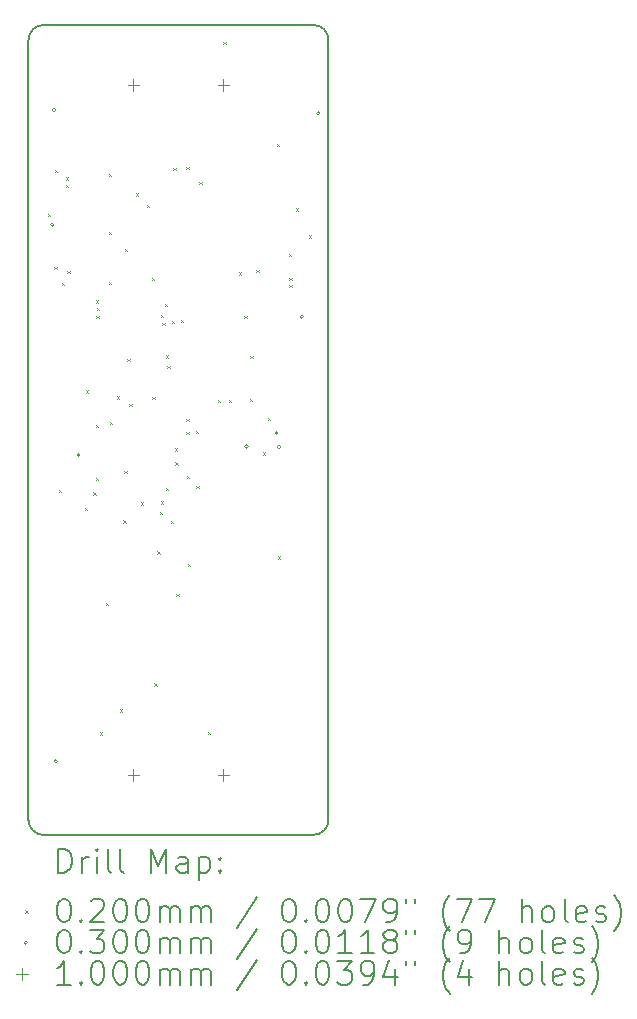
<source format=gbr>
%TF.GenerationSoftware,KiCad,Pcbnew,9.0.6*%
%TF.CreationDate,2025-12-15T20:36:38+09:00*%
%TF.ProjectId,bionic-hd64180s,62696f6e-6963-42d6-9864-363431383073,1*%
%TF.SameCoordinates,Original*%
%TF.FileFunction,Drillmap*%
%TF.FilePolarity,Positive*%
%FSLAX45Y45*%
G04 Gerber Fmt 4.5, Leading zero omitted, Abs format (unit mm)*
G04 Created by KiCad (PCBNEW 9.0.6) date 2025-12-15 20:36:38*
%MOMM*%
%LPD*%
G01*
G04 APERTURE LIST*
%ADD10C,0.150000*%
%ADD11C,0.200000*%
%ADD12C,0.100000*%
G04 APERTURE END LIST*
D10*
X10227000Y-13858000D02*
G75*
G02*
X10100000Y-13731000I0J127000D01*
G01*
X12513000Y-7000000D02*
X10227000Y-7000000D01*
X10100000Y-13731000D02*
X10100000Y-7127000D01*
X10100000Y-7127000D02*
G75*
G02*
X10227000Y-7000000I127000J0D01*
G01*
X10227000Y-13858000D02*
X12513000Y-13858000D01*
X12513000Y-7000000D02*
G75*
G02*
X12640000Y-7127000I0J-127000D01*
G01*
X12640000Y-13731000D02*
G75*
G02*
X12513000Y-13858000I-127000J0D01*
G01*
X12640000Y-13731000D02*
X12640000Y-7127000D01*
D11*
D12*
X10265260Y-8600360D02*
X10285260Y-8620360D01*
X10285260Y-8600360D02*
X10265260Y-8620360D01*
X10317880Y-9050239D02*
X10337880Y-9070239D01*
X10337880Y-9050239D02*
X10317880Y-9070239D01*
X10321140Y-8226980D02*
X10341140Y-8246980D01*
X10341140Y-8226980D02*
X10321140Y-8246980D01*
X10359240Y-10934620D02*
X10379240Y-10954620D01*
X10379240Y-10934620D02*
X10359240Y-10954620D01*
X10382100Y-9182020D02*
X10402100Y-9202020D01*
X10402100Y-9182020D02*
X10382100Y-9202020D01*
X10415120Y-8291400D02*
X10435120Y-8311400D01*
X10435120Y-8291400D02*
X10415120Y-8311400D01*
X10415120Y-8353980D02*
X10435120Y-8373980D01*
X10435120Y-8353980D02*
X10415120Y-8373980D01*
X10427820Y-9080420D02*
X10447820Y-9100420D01*
X10447820Y-9080420D02*
X10427820Y-9100420D01*
X10577680Y-11087020D02*
X10597680Y-11107020D01*
X10597680Y-11087020D02*
X10577680Y-11107020D01*
X10587840Y-10093880D02*
X10607840Y-10113880D01*
X10607840Y-10093880D02*
X10587840Y-10113880D01*
X10648800Y-10957480D02*
X10668800Y-10977480D01*
X10668800Y-10957480D02*
X10648800Y-10977480D01*
X10670600Y-10384290D02*
X10690600Y-10404290D01*
X10690600Y-10384290D02*
X10670600Y-10404290D01*
X10671660Y-9331880D02*
X10691660Y-9351880D01*
X10691660Y-9331880D02*
X10671660Y-9351880D01*
X10671660Y-10835560D02*
X10691660Y-10855560D01*
X10691660Y-10835560D02*
X10671660Y-10855560D01*
X10674200Y-9461420D02*
X10694200Y-9481420D01*
X10694200Y-9461420D02*
X10674200Y-9481420D01*
X10676740Y-9395380D02*
X10696740Y-9415380D01*
X10696740Y-9395380D02*
X10676740Y-9415380D01*
X10704680Y-12989480D02*
X10724680Y-13009480D01*
X10724680Y-12989480D02*
X10704680Y-13009480D01*
X10755480Y-11894740D02*
X10775480Y-11914740D01*
X10775480Y-11894740D02*
X10755480Y-11914740D01*
X10778340Y-8262540D02*
X10798340Y-8282540D01*
X10798340Y-8262540D02*
X10778340Y-8282540D01*
X10778340Y-8750220D02*
X10798340Y-8770220D01*
X10798340Y-8750220D02*
X10778340Y-8770220D01*
X10778340Y-9174400D02*
X10798340Y-9194400D01*
X10798340Y-9174400D02*
X10778340Y-9194400D01*
X10786870Y-10359520D02*
X10806870Y-10379520D01*
X10806870Y-10359520D02*
X10786870Y-10379520D01*
X10849460Y-10144680D02*
X10869460Y-10164680D01*
X10869460Y-10144680D02*
X10849460Y-10164680D01*
X10872320Y-12793900D02*
X10892320Y-12813900D01*
X10892320Y-12793900D02*
X10872320Y-12813900D01*
X10902800Y-11193700D02*
X10922800Y-11213700D01*
X10922800Y-11193700D02*
X10902800Y-11213700D01*
X10912960Y-10774600D02*
X10932960Y-10794600D01*
X10932960Y-10774600D02*
X10912960Y-10794600D01*
X10918040Y-8897540D02*
X10938040Y-8917540D01*
X10938040Y-8897540D02*
X10918040Y-8917540D01*
X10938360Y-9827180D02*
X10958360Y-9847180D01*
X10958360Y-9827180D02*
X10938360Y-9847180D01*
X10954800Y-10206840D02*
X10974800Y-10226840D01*
X10974800Y-10206840D02*
X10954800Y-10226840D01*
X11009480Y-8425100D02*
X11029480Y-8445100D01*
X11029480Y-8425100D02*
X11009480Y-8445100D01*
X11052390Y-11042140D02*
X11072390Y-11062140D01*
X11072390Y-11042140D02*
X11052390Y-11062140D01*
X11100040Y-8520740D02*
X11120040Y-8540740D01*
X11120040Y-8520740D02*
X11100040Y-8540740D01*
X11145500Y-9140390D02*
X11165500Y-9160390D01*
X11165500Y-9140390D02*
X11145500Y-9160390D01*
X11149180Y-10149760D02*
X11169180Y-10169760D01*
X11169180Y-10149760D02*
X11149180Y-10169760D01*
X11164420Y-12575460D02*
X11184420Y-12595460D01*
X11184420Y-12575460D02*
X11164420Y-12595460D01*
X11192360Y-11457860D02*
X11212360Y-11477860D01*
X11212360Y-11457860D02*
X11192360Y-11477860D01*
X11214595Y-11121955D02*
X11234595Y-11141955D01*
X11234595Y-11121955D02*
X11214595Y-11141955D01*
X11218992Y-11032763D02*
X11238992Y-11052763D01*
X11238992Y-11032763D02*
X11218992Y-11052763D01*
X11222840Y-9453080D02*
X11242840Y-9473080D01*
X11242840Y-9453080D02*
X11222840Y-9473080D01*
X11233000Y-9519840D02*
X11253000Y-9539840D01*
X11253000Y-9519840D02*
X11233000Y-9539840D01*
X11255860Y-9362360D02*
X11275860Y-9382360D01*
X11275860Y-9362360D02*
X11255860Y-9382360D01*
X11262960Y-10916910D02*
X11282960Y-10936910D01*
X11282960Y-10916910D02*
X11262960Y-10936910D01*
X11263480Y-9796700D02*
X11283480Y-9816700D01*
X11283480Y-9796700D02*
X11263480Y-9816700D01*
X11276800Y-9887520D02*
X11296800Y-9907520D01*
X11296800Y-9887520D02*
X11276800Y-9907520D01*
X11307960Y-11198780D02*
X11327960Y-11218780D01*
X11327960Y-11198780D02*
X11307960Y-11218780D01*
X11313580Y-9505710D02*
X11333580Y-9525710D01*
X11333580Y-9505710D02*
X11313580Y-9525710D01*
X11326980Y-8209200D02*
X11346980Y-8229200D01*
X11346980Y-8209200D02*
X11326980Y-8229200D01*
X11337140Y-10584100D02*
X11357140Y-10604100D01*
X11357140Y-10584100D02*
X11337140Y-10604100D01*
X11342290Y-10703410D02*
X11362290Y-10723410D01*
X11362290Y-10703410D02*
X11342290Y-10723410D01*
X11352380Y-11816000D02*
X11372380Y-11836000D01*
X11372380Y-11816000D02*
X11352380Y-11836000D01*
X11392500Y-9496260D02*
X11412500Y-9516260D01*
X11412500Y-9496260D02*
X11392500Y-9516260D01*
X11437500Y-8204120D02*
X11457500Y-8224120D01*
X11457500Y-8204120D02*
X11437500Y-8224120D01*
X11437500Y-10337000D02*
X11457500Y-10357000D01*
X11457500Y-10337000D02*
X11437500Y-10357000D01*
X11437500Y-10444400D02*
X11457500Y-10464400D01*
X11457500Y-10444400D02*
X11437500Y-10464400D01*
X11441280Y-10815500D02*
X11461280Y-10835500D01*
X11461280Y-10815500D02*
X11441280Y-10835500D01*
X11451440Y-11564540D02*
X11471440Y-11584540D01*
X11471440Y-11564540D02*
X11451440Y-11584540D01*
X11518750Y-10435510D02*
X11538750Y-10455510D01*
X11538750Y-10435510D02*
X11518750Y-10455510D01*
X11520020Y-10900500D02*
X11540020Y-10920500D01*
X11540020Y-10900500D02*
X11520020Y-10920500D01*
X11547960Y-8329300D02*
X11567960Y-8349300D01*
X11567960Y-8329300D02*
X11547960Y-8349300D01*
X11616500Y-12986900D02*
X11636500Y-13006900D01*
X11636500Y-12986900D02*
X11616500Y-13006900D01*
X11700940Y-10176980D02*
X11720940Y-10196980D01*
X11720940Y-10176980D02*
X11700940Y-10196980D01*
X11751160Y-7142400D02*
X11771160Y-7162400D01*
X11771160Y-7142400D02*
X11751160Y-7162400D01*
X11796880Y-10176980D02*
X11816880Y-10196980D01*
X11816880Y-10176980D02*
X11796880Y-10196980D01*
X11881970Y-9094390D02*
X11901970Y-9114390D01*
X11901970Y-9094390D02*
X11881970Y-9114390D01*
X11926420Y-9461420D02*
X11946420Y-9481420D01*
X11946420Y-9461420D02*
X11926420Y-9481420D01*
X11972140Y-10167540D02*
X11992140Y-10187540D01*
X11992140Y-10167540D02*
X11972140Y-10187540D01*
X11977500Y-9801780D02*
X11997500Y-9821780D01*
X11997500Y-9801780D02*
X11977500Y-9821780D01*
X12030560Y-9072800D02*
X12050560Y-9092800D01*
X12050560Y-9072800D02*
X12030560Y-9092800D01*
X12083180Y-10619660D02*
X12103180Y-10639660D01*
X12103180Y-10619660D02*
X12083180Y-10639660D01*
X12128900Y-10325020D02*
X12148900Y-10345020D01*
X12148900Y-10325020D02*
X12128900Y-10345020D01*
X12203280Y-8008540D02*
X12223280Y-8028540D01*
X12223280Y-8008540D02*
X12203280Y-8028540D01*
X12210900Y-11498500D02*
X12230900Y-11518500D01*
X12230900Y-11498500D02*
X12210900Y-11518500D01*
X12304880Y-8940720D02*
X12324880Y-8960720D01*
X12324880Y-8940720D02*
X12304880Y-8960720D01*
X12308760Y-9140180D02*
X12328760Y-9160180D01*
X12328760Y-9140180D02*
X12308760Y-9160180D01*
X12309967Y-9200168D02*
X12329967Y-9220168D01*
X12329967Y-9200168D02*
X12309967Y-9220168D01*
X12365840Y-8552100D02*
X12385840Y-8572100D01*
X12385840Y-8552100D02*
X12365840Y-8572100D01*
X12476050Y-8780700D02*
X12496050Y-8800700D01*
X12496050Y-8780700D02*
X12476050Y-8800700D01*
X10317280Y-8691640D02*
G75*
G02*
X10287280Y-8691640I-15000J0D01*
G01*
X10287280Y-8691640D02*
G75*
G02*
X10317280Y-8691640I15000J0D01*
G01*
X10330900Y-7721360D02*
G75*
G02*
X10300900Y-7721360I-15000J0D01*
G01*
X10300900Y-7721360D02*
G75*
G02*
X10330900Y-7721360I15000J0D01*
G01*
X10346140Y-13233160D02*
G75*
G02*
X10316140Y-13233160I-15000J0D01*
G01*
X10316140Y-13233160D02*
G75*
G02*
X10346140Y-13233160I15000J0D01*
G01*
X10539180Y-10642360D02*
G75*
G02*
X10509180Y-10642360I-15000J0D01*
G01*
X10509180Y-10642360D02*
G75*
G02*
X10539180Y-10642360I15000J0D01*
G01*
X11961580Y-10568700D02*
G75*
G02*
X11931580Y-10568700I-15000J0D01*
G01*
X11931580Y-10568700D02*
G75*
G02*
X11961580Y-10568700I15000J0D01*
G01*
X12214660Y-10455500D02*
G75*
G02*
X12184660Y-10455500I-15000J0D01*
G01*
X12184660Y-10455500D02*
G75*
G02*
X12214660Y-10455500I15000J0D01*
G01*
X12238440Y-10573780D02*
G75*
G02*
X12208440Y-10573780I-15000J0D01*
G01*
X12208440Y-10573780D02*
G75*
G02*
X12238440Y-10573780I15000J0D01*
G01*
X12428940Y-9471420D02*
G75*
G02*
X12398940Y-9471420I-15000J0D01*
G01*
X12398940Y-9471420D02*
G75*
G02*
X12428940Y-9471420I15000J0D01*
G01*
X12568640Y-7746760D02*
G75*
G02*
X12538640Y-7746760I-15000J0D01*
G01*
X12538640Y-7746760D02*
G75*
G02*
X12568640Y-7746760I15000J0D01*
G01*
X10989000Y-7458000D02*
X10989000Y-7558000D01*
X10939000Y-7508000D02*
X11039000Y-7508000D01*
X10989000Y-13300000D02*
X10989000Y-13400000D01*
X10939000Y-13350000D02*
X11039000Y-13350000D01*
X11751000Y-7458000D02*
X11751000Y-7558000D01*
X11701000Y-7508000D02*
X11801000Y-7508000D01*
X11751000Y-13300000D02*
X11751000Y-13400000D01*
X11701000Y-13350000D02*
X11801000Y-13350000D01*
D11*
X10353277Y-14176984D02*
X10353277Y-13976984D01*
X10353277Y-13976984D02*
X10400896Y-13976984D01*
X10400896Y-13976984D02*
X10429467Y-13986508D01*
X10429467Y-13986508D02*
X10448515Y-14005555D01*
X10448515Y-14005555D02*
X10458039Y-14024603D01*
X10458039Y-14024603D02*
X10467563Y-14062698D01*
X10467563Y-14062698D02*
X10467563Y-14091269D01*
X10467563Y-14091269D02*
X10458039Y-14129365D01*
X10458039Y-14129365D02*
X10448515Y-14148412D01*
X10448515Y-14148412D02*
X10429467Y-14167460D01*
X10429467Y-14167460D02*
X10400896Y-14176984D01*
X10400896Y-14176984D02*
X10353277Y-14176984D01*
X10553277Y-14176984D02*
X10553277Y-14043650D01*
X10553277Y-14081746D02*
X10562801Y-14062698D01*
X10562801Y-14062698D02*
X10572324Y-14053174D01*
X10572324Y-14053174D02*
X10591372Y-14043650D01*
X10591372Y-14043650D02*
X10610420Y-14043650D01*
X10677086Y-14176984D02*
X10677086Y-14043650D01*
X10677086Y-13976984D02*
X10667563Y-13986508D01*
X10667563Y-13986508D02*
X10677086Y-13996031D01*
X10677086Y-13996031D02*
X10686610Y-13986508D01*
X10686610Y-13986508D02*
X10677086Y-13976984D01*
X10677086Y-13976984D02*
X10677086Y-13996031D01*
X10800896Y-14176984D02*
X10781848Y-14167460D01*
X10781848Y-14167460D02*
X10772324Y-14148412D01*
X10772324Y-14148412D02*
X10772324Y-13976984D01*
X10905658Y-14176984D02*
X10886610Y-14167460D01*
X10886610Y-14167460D02*
X10877086Y-14148412D01*
X10877086Y-14148412D02*
X10877086Y-13976984D01*
X11134229Y-14176984D02*
X11134229Y-13976984D01*
X11134229Y-13976984D02*
X11200896Y-14119841D01*
X11200896Y-14119841D02*
X11267562Y-13976984D01*
X11267562Y-13976984D02*
X11267562Y-14176984D01*
X11448515Y-14176984D02*
X11448515Y-14072222D01*
X11448515Y-14072222D02*
X11438991Y-14053174D01*
X11438991Y-14053174D02*
X11419943Y-14043650D01*
X11419943Y-14043650D02*
X11381848Y-14043650D01*
X11381848Y-14043650D02*
X11362801Y-14053174D01*
X11448515Y-14167460D02*
X11429467Y-14176984D01*
X11429467Y-14176984D02*
X11381848Y-14176984D01*
X11381848Y-14176984D02*
X11362801Y-14167460D01*
X11362801Y-14167460D02*
X11353277Y-14148412D01*
X11353277Y-14148412D02*
X11353277Y-14129365D01*
X11353277Y-14129365D02*
X11362801Y-14110317D01*
X11362801Y-14110317D02*
X11381848Y-14100793D01*
X11381848Y-14100793D02*
X11429467Y-14100793D01*
X11429467Y-14100793D02*
X11448515Y-14091269D01*
X11543753Y-14043650D02*
X11543753Y-14243650D01*
X11543753Y-14053174D02*
X11562801Y-14043650D01*
X11562801Y-14043650D02*
X11600896Y-14043650D01*
X11600896Y-14043650D02*
X11619943Y-14053174D01*
X11619943Y-14053174D02*
X11629467Y-14062698D01*
X11629467Y-14062698D02*
X11638991Y-14081746D01*
X11638991Y-14081746D02*
X11638991Y-14138888D01*
X11638991Y-14138888D02*
X11629467Y-14157936D01*
X11629467Y-14157936D02*
X11619943Y-14167460D01*
X11619943Y-14167460D02*
X11600896Y-14176984D01*
X11600896Y-14176984D02*
X11562801Y-14176984D01*
X11562801Y-14176984D02*
X11543753Y-14167460D01*
X11724705Y-14157936D02*
X11734229Y-14167460D01*
X11734229Y-14167460D02*
X11724705Y-14176984D01*
X11724705Y-14176984D02*
X11715182Y-14167460D01*
X11715182Y-14167460D02*
X11724705Y-14157936D01*
X11724705Y-14157936D02*
X11724705Y-14176984D01*
X11724705Y-14053174D02*
X11734229Y-14062698D01*
X11734229Y-14062698D02*
X11724705Y-14072222D01*
X11724705Y-14072222D02*
X11715182Y-14062698D01*
X11715182Y-14062698D02*
X11724705Y-14053174D01*
X11724705Y-14053174D02*
X11724705Y-14072222D01*
D12*
X10072500Y-14495500D02*
X10092500Y-14515500D01*
X10092500Y-14495500D02*
X10072500Y-14515500D01*
D11*
X10391372Y-14396984D02*
X10410420Y-14396984D01*
X10410420Y-14396984D02*
X10429467Y-14406508D01*
X10429467Y-14406508D02*
X10438991Y-14416031D01*
X10438991Y-14416031D02*
X10448515Y-14435079D01*
X10448515Y-14435079D02*
X10458039Y-14473174D01*
X10458039Y-14473174D02*
X10458039Y-14520793D01*
X10458039Y-14520793D02*
X10448515Y-14558888D01*
X10448515Y-14558888D02*
X10438991Y-14577936D01*
X10438991Y-14577936D02*
X10429467Y-14587460D01*
X10429467Y-14587460D02*
X10410420Y-14596984D01*
X10410420Y-14596984D02*
X10391372Y-14596984D01*
X10391372Y-14596984D02*
X10372324Y-14587460D01*
X10372324Y-14587460D02*
X10362801Y-14577936D01*
X10362801Y-14577936D02*
X10353277Y-14558888D01*
X10353277Y-14558888D02*
X10343753Y-14520793D01*
X10343753Y-14520793D02*
X10343753Y-14473174D01*
X10343753Y-14473174D02*
X10353277Y-14435079D01*
X10353277Y-14435079D02*
X10362801Y-14416031D01*
X10362801Y-14416031D02*
X10372324Y-14406508D01*
X10372324Y-14406508D02*
X10391372Y-14396984D01*
X10543753Y-14577936D02*
X10553277Y-14587460D01*
X10553277Y-14587460D02*
X10543753Y-14596984D01*
X10543753Y-14596984D02*
X10534229Y-14587460D01*
X10534229Y-14587460D02*
X10543753Y-14577936D01*
X10543753Y-14577936D02*
X10543753Y-14596984D01*
X10629467Y-14416031D02*
X10638991Y-14406508D01*
X10638991Y-14406508D02*
X10658039Y-14396984D01*
X10658039Y-14396984D02*
X10705658Y-14396984D01*
X10705658Y-14396984D02*
X10724705Y-14406508D01*
X10724705Y-14406508D02*
X10734229Y-14416031D01*
X10734229Y-14416031D02*
X10743753Y-14435079D01*
X10743753Y-14435079D02*
X10743753Y-14454127D01*
X10743753Y-14454127D02*
X10734229Y-14482698D01*
X10734229Y-14482698D02*
X10619944Y-14596984D01*
X10619944Y-14596984D02*
X10743753Y-14596984D01*
X10867563Y-14396984D02*
X10886610Y-14396984D01*
X10886610Y-14396984D02*
X10905658Y-14406508D01*
X10905658Y-14406508D02*
X10915182Y-14416031D01*
X10915182Y-14416031D02*
X10924705Y-14435079D01*
X10924705Y-14435079D02*
X10934229Y-14473174D01*
X10934229Y-14473174D02*
X10934229Y-14520793D01*
X10934229Y-14520793D02*
X10924705Y-14558888D01*
X10924705Y-14558888D02*
X10915182Y-14577936D01*
X10915182Y-14577936D02*
X10905658Y-14587460D01*
X10905658Y-14587460D02*
X10886610Y-14596984D01*
X10886610Y-14596984D02*
X10867563Y-14596984D01*
X10867563Y-14596984D02*
X10848515Y-14587460D01*
X10848515Y-14587460D02*
X10838991Y-14577936D01*
X10838991Y-14577936D02*
X10829467Y-14558888D01*
X10829467Y-14558888D02*
X10819944Y-14520793D01*
X10819944Y-14520793D02*
X10819944Y-14473174D01*
X10819944Y-14473174D02*
X10829467Y-14435079D01*
X10829467Y-14435079D02*
X10838991Y-14416031D01*
X10838991Y-14416031D02*
X10848515Y-14406508D01*
X10848515Y-14406508D02*
X10867563Y-14396984D01*
X11058039Y-14396984D02*
X11077086Y-14396984D01*
X11077086Y-14396984D02*
X11096134Y-14406508D01*
X11096134Y-14406508D02*
X11105658Y-14416031D01*
X11105658Y-14416031D02*
X11115182Y-14435079D01*
X11115182Y-14435079D02*
X11124705Y-14473174D01*
X11124705Y-14473174D02*
X11124705Y-14520793D01*
X11124705Y-14520793D02*
X11115182Y-14558888D01*
X11115182Y-14558888D02*
X11105658Y-14577936D01*
X11105658Y-14577936D02*
X11096134Y-14587460D01*
X11096134Y-14587460D02*
X11077086Y-14596984D01*
X11077086Y-14596984D02*
X11058039Y-14596984D01*
X11058039Y-14596984D02*
X11038991Y-14587460D01*
X11038991Y-14587460D02*
X11029467Y-14577936D01*
X11029467Y-14577936D02*
X11019944Y-14558888D01*
X11019944Y-14558888D02*
X11010420Y-14520793D01*
X11010420Y-14520793D02*
X11010420Y-14473174D01*
X11010420Y-14473174D02*
X11019944Y-14435079D01*
X11019944Y-14435079D02*
X11029467Y-14416031D01*
X11029467Y-14416031D02*
X11038991Y-14406508D01*
X11038991Y-14406508D02*
X11058039Y-14396984D01*
X11210420Y-14596984D02*
X11210420Y-14463650D01*
X11210420Y-14482698D02*
X11219943Y-14473174D01*
X11219943Y-14473174D02*
X11238991Y-14463650D01*
X11238991Y-14463650D02*
X11267563Y-14463650D01*
X11267563Y-14463650D02*
X11286610Y-14473174D01*
X11286610Y-14473174D02*
X11296134Y-14492222D01*
X11296134Y-14492222D02*
X11296134Y-14596984D01*
X11296134Y-14492222D02*
X11305658Y-14473174D01*
X11305658Y-14473174D02*
X11324705Y-14463650D01*
X11324705Y-14463650D02*
X11353277Y-14463650D01*
X11353277Y-14463650D02*
X11372324Y-14473174D01*
X11372324Y-14473174D02*
X11381848Y-14492222D01*
X11381848Y-14492222D02*
X11381848Y-14596984D01*
X11477086Y-14596984D02*
X11477086Y-14463650D01*
X11477086Y-14482698D02*
X11486610Y-14473174D01*
X11486610Y-14473174D02*
X11505658Y-14463650D01*
X11505658Y-14463650D02*
X11534229Y-14463650D01*
X11534229Y-14463650D02*
X11553277Y-14473174D01*
X11553277Y-14473174D02*
X11562801Y-14492222D01*
X11562801Y-14492222D02*
X11562801Y-14596984D01*
X11562801Y-14492222D02*
X11572324Y-14473174D01*
X11572324Y-14473174D02*
X11591372Y-14463650D01*
X11591372Y-14463650D02*
X11619943Y-14463650D01*
X11619943Y-14463650D02*
X11638991Y-14473174D01*
X11638991Y-14473174D02*
X11648515Y-14492222D01*
X11648515Y-14492222D02*
X11648515Y-14596984D01*
X12038991Y-14387460D02*
X11867563Y-14644603D01*
X12296134Y-14396984D02*
X12315182Y-14396984D01*
X12315182Y-14396984D02*
X12334229Y-14406508D01*
X12334229Y-14406508D02*
X12343753Y-14416031D01*
X12343753Y-14416031D02*
X12353277Y-14435079D01*
X12353277Y-14435079D02*
X12362801Y-14473174D01*
X12362801Y-14473174D02*
X12362801Y-14520793D01*
X12362801Y-14520793D02*
X12353277Y-14558888D01*
X12353277Y-14558888D02*
X12343753Y-14577936D01*
X12343753Y-14577936D02*
X12334229Y-14587460D01*
X12334229Y-14587460D02*
X12315182Y-14596984D01*
X12315182Y-14596984D02*
X12296134Y-14596984D01*
X12296134Y-14596984D02*
X12277086Y-14587460D01*
X12277086Y-14587460D02*
X12267563Y-14577936D01*
X12267563Y-14577936D02*
X12258039Y-14558888D01*
X12258039Y-14558888D02*
X12248515Y-14520793D01*
X12248515Y-14520793D02*
X12248515Y-14473174D01*
X12248515Y-14473174D02*
X12258039Y-14435079D01*
X12258039Y-14435079D02*
X12267563Y-14416031D01*
X12267563Y-14416031D02*
X12277086Y-14406508D01*
X12277086Y-14406508D02*
X12296134Y-14396984D01*
X12448515Y-14577936D02*
X12458039Y-14587460D01*
X12458039Y-14587460D02*
X12448515Y-14596984D01*
X12448515Y-14596984D02*
X12438991Y-14587460D01*
X12438991Y-14587460D02*
X12448515Y-14577936D01*
X12448515Y-14577936D02*
X12448515Y-14596984D01*
X12581848Y-14396984D02*
X12600896Y-14396984D01*
X12600896Y-14396984D02*
X12619944Y-14406508D01*
X12619944Y-14406508D02*
X12629467Y-14416031D01*
X12629467Y-14416031D02*
X12638991Y-14435079D01*
X12638991Y-14435079D02*
X12648515Y-14473174D01*
X12648515Y-14473174D02*
X12648515Y-14520793D01*
X12648515Y-14520793D02*
X12638991Y-14558888D01*
X12638991Y-14558888D02*
X12629467Y-14577936D01*
X12629467Y-14577936D02*
X12619944Y-14587460D01*
X12619944Y-14587460D02*
X12600896Y-14596984D01*
X12600896Y-14596984D02*
X12581848Y-14596984D01*
X12581848Y-14596984D02*
X12562801Y-14587460D01*
X12562801Y-14587460D02*
X12553277Y-14577936D01*
X12553277Y-14577936D02*
X12543753Y-14558888D01*
X12543753Y-14558888D02*
X12534229Y-14520793D01*
X12534229Y-14520793D02*
X12534229Y-14473174D01*
X12534229Y-14473174D02*
X12543753Y-14435079D01*
X12543753Y-14435079D02*
X12553277Y-14416031D01*
X12553277Y-14416031D02*
X12562801Y-14406508D01*
X12562801Y-14406508D02*
X12581848Y-14396984D01*
X12772325Y-14396984D02*
X12791372Y-14396984D01*
X12791372Y-14396984D02*
X12810420Y-14406508D01*
X12810420Y-14406508D02*
X12819944Y-14416031D01*
X12819944Y-14416031D02*
X12829467Y-14435079D01*
X12829467Y-14435079D02*
X12838991Y-14473174D01*
X12838991Y-14473174D02*
X12838991Y-14520793D01*
X12838991Y-14520793D02*
X12829467Y-14558888D01*
X12829467Y-14558888D02*
X12819944Y-14577936D01*
X12819944Y-14577936D02*
X12810420Y-14587460D01*
X12810420Y-14587460D02*
X12791372Y-14596984D01*
X12791372Y-14596984D02*
X12772325Y-14596984D01*
X12772325Y-14596984D02*
X12753277Y-14587460D01*
X12753277Y-14587460D02*
X12743753Y-14577936D01*
X12743753Y-14577936D02*
X12734229Y-14558888D01*
X12734229Y-14558888D02*
X12724706Y-14520793D01*
X12724706Y-14520793D02*
X12724706Y-14473174D01*
X12724706Y-14473174D02*
X12734229Y-14435079D01*
X12734229Y-14435079D02*
X12743753Y-14416031D01*
X12743753Y-14416031D02*
X12753277Y-14406508D01*
X12753277Y-14406508D02*
X12772325Y-14396984D01*
X12905658Y-14396984D02*
X13038991Y-14396984D01*
X13038991Y-14396984D02*
X12953277Y-14596984D01*
X13124706Y-14596984D02*
X13162801Y-14596984D01*
X13162801Y-14596984D02*
X13181848Y-14587460D01*
X13181848Y-14587460D02*
X13191372Y-14577936D01*
X13191372Y-14577936D02*
X13210420Y-14549365D01*
X13210420Y-14549365D02*
X13219944Y-14511269D01*
X13219944Y-14511269D02*
X13219944Y-14435079D01*
X13219944Y-14435079D02*
X13210420Y-14416031D01*
X13210420Y-14416031D02*
X13200896Y-14406508D01*
X13200896Y-14406508D02*
X13181848Y-14396984D01*
X13181848Y-14396984D02*
X13143753Y-14396984D01*
X13143753Y-14396984D02*
X13124706Y-14406508D01*
X13124706Y-14406508D02*
X13115182Y-14416031D01*
X13115182Y-14416031D02*
X13105658Y-14435079D01*
X13105658Y-14435079D02*
X13105658Y-14482698D01*
X13105658Y-14482698D02*
X13115182Y-14501746D01*
X13115182Y-14501746D02*
X13124706Y-14511269D01*
X13124706Y-14511269D02*
X13143753Y-14520793D01*
X13143753Y-14520793D02*
X13181848Y-14520793D01*
X13181848Y-14520793D02*
X13200896Y-14511269D01*
X13200896Y-14511269D02*
X13210420Y-14501746D01*
X13210420Y-14501746D02*
X13219944Y-14482698D01*
X13296134Y-14396984D02*
X13296134Y-14435079D01*
X13372325Y-14396984D02*
X13372325Y-14435079D01*
X13667563Y-14673174D02*
X13658039Y-14663650D01*
X13658039Y-14663650D02*
X13638991Y-14635079D01*
X13638991Y-14635079D02*
X13629468Y-14616031D01*
X13629468Y-14616031D02*
X13619944Y-14587460D01*
X13619944Y-14587460D02*
X13610420Y-14539841D01*
X13610420Y-14539841D02*
X13610420Y-14501746D01*
X13610420Y-14501746D02*
X13619944Y-14454127D01*
X13619944Y-14454127D02*
X13629468Y-14425555D01*
X13629468Y-14425555D02*
X13638991Y-14406508D01*
X13638991Y-14406508D02*
X13658039Y-14377936D01*
X13658039Y-14377936D02*
X13667563Y-14368412D01*
X13724706Y-14396984D02*
X13858039Y-14396984D01*
X13858039Y-14396984D02*
X13772325Y-14596984D01*
X13915182Y-14396984D02*
X14048515Y-14396984D01*
X14048515Y-14396984D02*
X13962801Y-14596984D01*
X14277087Y-14596984D02*
X14277087Y-14396984D01*
X14362801Y-14596984D02*
X14362801Y-14492222D01*
X14362801Y-14492222D02*
X14353277Y-14473174D01*
X14353277Y-14473174D02*
X14334230Y-14463650D01*
X14334230Y-14463650D02*
X14305658Y-14463650D01*
X14305658Y-14463650D02*
X14286610Y-14473174D01*
X14286610Y-14473174D02*
X14277087Y-14482698D01*
X14486610Y-14596984D02*
X14467563Y-14587460D01*
X14467563Y-14587460D02*
X14458039Y-14577936D01*
X14458039Y-14577936D02*
X14448515Y-14558888D01*
X14448515Y-14558888D02*
X14448515Y-14501746D01*
X14448515Y-14501746D02*
X14458039Y-14482698D01*
X14458039Y-14482698D02*
X14467563Y-14473174D01*
X14467563Y-14473174D02*
X14486610Y-14463650D01*
X14486610Y-14463650D02*
X14515182Y-14463650D01*
X14515182Y-14463650D02*
X14534230Y-14473174D01*
X14534230Y-14473174D02*
X14543753Y-14482698D01*
X14543753Y-14482698D02*
X14553277Y-14501746D01*
X14553277Y-14501746D02*
X14553277Y-14558888D01*
X14553277Y-14558888D02*
X14543753Y-14577936D01*
X14543753Y-14577936D02*
X14534230Y-14587460D01*
X14534230Y-14587460D02*
X14515182Y-14596984D01*
X14515182Y-14596984D02*
X14486610Y-14596984D01*
X14667563Y-14596984D02*
X14648515Y-14587460D01*
X14648515Y-14587460D02*
X14638991Y-14568412D01*
X14638991Y-14568412D02*
X14638991Y-14396984D01*
X14819944Y-14587460D02*
X14800896Y-14596984D01*
X14800896Y-14596984D02*
X14762801Y-14596984D01*
X14762801Y-14596984D02*
X14743753Y-14587460D01*
X14743753Y-14587460D02*
X14734230Y-14568412D01*
X14734230Y-14568412D02*
X14734230Y-14492222D01*
X14734230Y-14492222D02*
X14743753Y-14473174D01*
X14743753Y-14473174D02*
X14762801Y-14463650D01*
X14762801Y-14463650D02*
X14800896Y-14463650D01*
X14800896Y-14463650D02*
X14819944Y-14473174D01*
X14819944Y-14473174D02*
X14829468Y-14492222D01*
X14829468Y-14492222D02*
X14829468Y-14511269D01*
X14829468Y-14511269D02*
X14734230Y-14530317D01*
X14905658Y-14587460D02*
X14924706Y-14596984D01*
X14924706Y-14596984D02*
X14962801Y-14596984D01*
X14962801Y-14596984D02*
X14981849Y-14587460D01*
X14981849Y-14587460D02*
X14991372Y-14568412D01*
X14991372Y-14568412D02*
X14991372Y-14558888D01*
X14991372Y-14558888D02*
X14981849Y-14539841D01*
X14981849Y-14539841D02*
X14962801Y-14530317D01*
X14962801Y-14530317D02*
X14934230Y-14530317D01*
X14934230Y-14530317D02*
X14915182Y-14520793D01*
X14915182Y-14520793D02*
X14905658Y-14501746D01*
X14905658Y-14501746D02*
X14905658Y-14492222D01*
X14905658Y-14492222D02*
X14915182Y-14473174D01*
X14915182Y-14473174D02*
X14934230Y-14463650D01*
X14934230Y-14463650D02*
X14962801Y-14463650D01*
X14962801Y-14463650D02*
X14981849Y-14473174D01*
X15058039Y-14673174D02*
X15067563Y-14663650D01*
X15067563Y-14663650D02*
X15086611Y-14635079D01*
X15086611Y-14635079D02*
X15096134Y-14616031D01*
X15096134Y-14616031D02*
X15105658Y-14587460D01*
X15105658Y-14587460D02*
X15115182Y-14539841D01*
X15115182Y-14539841D02*
X15115182Y-14501746D01*
X15115182Y-14501746D02*
X15105658Y-14454127D01*
X15105658Y-14454127D02*
X15096134Y-14425555D01*
X15096134Y-14425555D02*
X15086611Y-14406508D01*
X15086611Y-14406508D02*
X15067563Y-14377936D01*
X15067563Y-14377936D02*
X15058039Y-14368412D01*
D12*
X10092500Y-14769500D02*
G75*
G02*
X10062500Y-14769500I-15000J0D01*
G01*
X10062500Y-14769500D02*
G75*
G02*
X10092500Y-14769500I15000J0D01*
G01*
D11*
X10391372Y-14660984D02*
X10410420Y-14660984D01*
X10410420Y-14660984D02*
X10429467Y-14670508D01*
X10429467Y-14670508D02*
X10438991Y-14680031D01*
X10438991Y-14680031D02*
X10448515Y-14699079D01*
X10448515Y-14699079D02*
X10458039Y-14737174D01*
X10458039Y-14737174D02*
X10458039Y-14784793D01*
X10458039Y-14784793D02*
X10448515Y-14822888D01*
X10448515Y-14822888D02*
X10438991Y-14841936D01*
X10438991Y-14841936D02*
X10429467Y-14851460D01*
X10429467Y-14851460D02*
X10410420Y-14860984D01*
X10410420Y-14860984D02*
X10391372Y-14860984D01*
X10391372Y-14860984D02*
X10372324Y-14851460D01*
X10372324Y-14851460D02*
X10362801Y-14841936D01*
X10362801Y-14841936D02*
X10353277Y-14822888D01*
X10353277Y-14822888D02*
X10343753Y-14784793D01*
X10343753Y-14784793D02*
X10343753Y-14737174D01*
X10343753Y-14737174D02*
X10353277Y-14699079D01*
X10353277Y-14699079D02*
X10362801Y-14680031D01*
X10362801Y-14680031D02*
X10372324Y-14670508D01*
X10372324Y-14670508D02*
X10391372Y-14660984D01*
X10543753Y-14841936D02*
X10553277Y-14851460D01*
X10553277Y-14851460D02*
X10543753Y-14860984D01*
X10543753Y-14860984D02*
X10534229Y-14851460D01*
X10534229Y-14851460D02*
X10543753Y-14841936D01*
X10543753Y-14841936D02*
X10543753Y-14860984D01*
X10619944Y-14660984D02*
X10743753Y-14660984D01*
X10743753Y-14660984D02*
X10677086Y-14737174D01*
X10677086Y-14737174D02*
X10705658Y-14737174D01*
X10705658Y-14737174D02*
X10724705Y-14746698D01*
X10724705Y-14746698D02*
X10734229Y-14756222D01*
X10734229Y-14756222D02*
X10743753Y-14775269D01*
X10743753Y-14775269D02*
X10743753Y-14822888D01*
X10743753Y-14822888D02*
X10734229Y-14841936D01*
X10734229Y-14841936D02*
X10724705Y-14851460D01*
X10724705Y-14851460D02*
X10705658Y-14860984D01*
X10705658Y-14860984D02*
X10648515Y-14860984D01*
X10648515Y-14860984D02*
X10629467Y-14851460D01*
X10629467Y-14851460D02*
X10619944Y-14841936D01*
X10867563Y-14660984D02*
X10886610Y-14660984D01*
X10886610Y-14660984D02*
X10905658Y-14670508D01*
X10905658Y-14670508D02*
X10915182Y-14680031D01*
X10915182Y-14680031D02*
X10924705Y-14699079D01*
X10924705Y-14699079D02*
X10934229Y-14737174D01*
X10934229Y-14737174D02*
X10934229Y-14784793D01*
X10934229Y-14784793D02*
X10924705Y-14822888D01*
X10924705Y-14822888D02*
X10915182Y-14841936D01*
X10915182Y-14841936D02*
X10905658Y-14851460D01*
X10905658Y-14851460D02*
X10886610Y-14860984D01*
X10886610Y-14860984D02*
X10867563Y-14860984D01*
X10867563Y-14860984D02*
X10848515Y-14851460D01*
X10848515Y-14851460D02*
X10838991Y-14841936D01*
X10838991Y-14841936D02*
X10829467Y-14822888D01*
X10829467Y-14822888D02*
X10819944Y-14784793D01*
X10819944Y-14784793D02*
X10819944Y-14737174D01*
X10819944Y-14737174D02*
X10829467Y-14699079D01*
X10829467Y-14699079D02*
X10838991Y-14680031D01*
X10838991Y-14680031D02*
X10848515Y-14670508D01*
X10848515Y-14670508D02*
X10867563Y-14660984D01*
X11058039Y-14660984D02*
X11077086Y-14660984D01*
X11077086Y-14660984D02*
X11096134Y-14670508D01*
X11096134Y-14670508D02*
X11105658Y-14680031D01*
X11105658Y-14680031D02*
X11115182Y-14699079D01*
X11115182Y-14699079D02*
X11124705Y-14737174D01*
X11124705Y-14737174D02*
X11124705Y-14784793D01*
X11124705Y-14784793D02*
X11115182Y-14822888D01*
X11115182Y-14822888D02*
X11105658Y-14841936D01*
X11105658Y-14841936D02*
X11096134Y-14851460D01*
X11096134Y-14851460D02*
X11077086Y-14860984D01*
X11077086Y-14860984D02*
X11058039Y-14860984D01*
X11058039Y-14860984D02*
X11038991Y-14851460D01*
X11038991Y-14851460D02*
X11029467Y-14841936D01*
X11029467Y-14841936D02*
X11019944Y-14822888D01*
X11019944Y-14822888D02*
X11010420Y-14784793D01*
X11010420Y-14784793D02*
X11010420Y-14737174D01*
X11010420Y-14737174D02*
X11019944Y-14699079D01*
X11019944Y-14699079D02*
X11029467Y-14680031D01*
X11029467Y-14680031D02*
X11038991Y-14670508D01*
X11038991Y-14670508D02*
X11058039Y-14660984D01*
X11210420Y-14860984D02*
X11210420Y-14727650D01*
X11210420Y-14746698D02*
X11219943Y-14737174D01*
X11219943Y-14737174D02*
X11238991Y-14727650D01*
X11238991Y-14727650D02*
X11267563Y-14727650D01*
X11267563Y-14727650D02*
X11286610Y-14737174D01*
X11286610Y-14737174D02*
X11296134Y-14756222D01*
X11296134Y-14756222D02*
X11296134Y-14860984D01*
X11296134Y-14756222D02*
X11305658Y-14737174D01*
X11305658Y-14737174D02*
X11324705Y-14727650D01*
X11324705Y-14727650D02*
X11353277Y-14727650D01*
X11353277Y-14727650D02*
X11372324Y-14737174D01*
X11372324Y-14737174D02*
X11381848Y-14756222D01*
X11381848Y-14756222D02*
X11381848Y-14860984D01*
X11477086Y-14860984D02*
X11477086Y-14727650D01*
X11477086Y-14746698D02*
X11486610Y-14737174D01*
X11486610Y-14737174D02*
X11505658Y-14727650D01*
X11505658Y-14727650D02*
X11534229Y-14727650D01*
X11534229Y-14727650D02*
X11553277Y-14737174D01*
X11553277Y-14737174D02*
X11562801Y-14756222D01*
X11562801Y-14756222D02*
X11562801Y-14860984D01*
X11562801Y-14756222D02*
X11572324Y-14737174D01*
X11572324Y-14737174D02*
X11591372Y-14727650D01*
X11591372Y-14727650D02*
X11619943Y-14727650D01*
X11619943Y-14727650D02*
X11638991Y-14737174D01*
X11638991Y-14737174D02*
X11648515Y-14756222D01*
X11648515Y-14756222D02*
X11648515Y-14860984D01*
X12038991Y-14651460D02*
X11867563Y-14908603D01*
X12296134Y-14660984D02*
X12315182Y-14660984D01*
X12315182Y-14660984D02*
X12334229Y-14670508D01*
X12334229Y-14670508D02*
X12343753Y-14680031D01*
X12343753Y-14680031D02*
X12353277Y-14699079D01*
X12353277Y-14699079D02*
X12362801Y-14737174D01*
X12362801Y-14737174D02*
X12362801Y-14784793D01*
X12362801Y-14784793D02*
X12353277Y-14822888D01*
X12353277Y-14822888D02*
X12343753Y-14841936D01*
X12343753Y-14841936D02*
X12334229Y-14851460D01*
X12334229Y-14851460D02*
X12315182Y-14860984D01*
X12315182Y-14860984D02*
X12296134Y-14860984D01*
X12296134Y-14860984D02*
X12277086Y-14851460D01*
X12277086Y-14851460D02*
X12267563Y-14841936D01*
X12267563Y-14841936D02*
X12258039Y-14822888D01*
X12258039Y-14822888D02*
X12248515Y-14784793D01*
X12248515Y-14784793D02*
X12248515Y-14737174D01*
X12248515Y-14737174D02*
X12258039Y-14699079D01*
X12258039Y-14699079D02*
X12267563Y-14680031D01*
X12267563Y-14680031D02*
X12277086Y-14670508D01*
X12277086Y-14670508D02*
X12296134Y-14660984D01*
X12448515Y-14841936D02*
X12458039Y-14851460D01*
X12458039Y-14851460D02*
X12448515Y-14860984D01*
X12448515Y-14860984D02*
X12438991Y-14851460D01*
X12438991Y-14851460D02*
X12448515Y-14841936D01*
X12448515Y-14841936D02*
X12448515Y-14860984D01*
X12581848Y-14660984D02*
X12600896Y-14660984D01*
X12600896Y-14660984D02*
X12619944Y-14670508D01*
X12619944Y-14670508D02*
X12629467Y-14680031D01*
X12629467Y-14680031D02*
X12638991Y-14699079D01*
X12638991Y-14699079D02*
X12648515Y-14737174D01*
X12648515Y-14737174D02*
X12648515Y-14784793D01*
X12648515Y-14784793D02*
X12638991Y-14822888D01*
X12638991Y-14822888D02*
X12629467Y-14841936D01*
X12629467Y-14841936D02*
X12619944Y-14851460D01*
X12619944Y-14851460D02*
X12600896Y-14860984D01*
X12600896Y-14860984D02*
X12581848Y-14860984D01*
X12581848Y-14860984D02*
X12562801Y-14851460D01*
X12562801Y-14851460D02*
X12553277Y-14841936D01*
X12553277Y-14841936D02*
X12543753Y-14822888D01*
X12543753Y-14822888D02*
X12534229Y-14784793D01*
X12534229Y-14784793D02*
X12534229Y-14737174D01*
X12534229Y-14737174D02*
X12543753Y-14699079D01*
X12543753Y-14699079D02*
X12553277Y-14680031D01*
X12553277Y-14680031D02*
X12562801Y-14670508D01*
X12562801Y-14670508D02*
X12581848Y-14660984D01*
X12838991Y-14860984D02*
X12724706Y-14860984D01*
X12781848Y-14860984D02*
X12781848Y-14660984D01*
X12781848Y-14660984D02*
X12762801Y-14689555D01*
X12762801Y-14689555D02*
X12743753Y-14708603D01*
X12743753Y-14708603D02*
X12724706Y-14718127D01*
X13029467Y-14860984D02*
X12915182Y-14860984D01*
X12972325Y-14860984D02*
X12972325Y-14660984D01*
X12972325Y-14660984D02*
X12953277Y-14689555D01*
X12953277Y-14689555D02*
X12934229Y-14708603D01*
X12934229Y-14708603D02*
X12915182Y-14718127D01*
X13143753Y-14746698D02*
X13124706Y-14737174D01*
X13124706Y-14737174D02*
X13115182Y-14727650D01*
X13115182Y-14727650D02*
X13105658Y-14708603D01*
X13105658Y-14708603D02*
X13105658Y-14699079D01*
X13105658Y-14699079D02*
X13115182Y-14680031D01*
X13115182Y-14680031D02*
X13124706Y-14670508D01*
X13124706Y-14670508D02*
X13143753Y-14660984D01*
X13143753Y-14660984D02*
X13181848Y-14660984D01*
X13181848Y-14660984D02*
X13200896Y-14670508D01*
X13200896Y-14670508D02*
X13210420Y-14680031D01*
X13210420Y-14680031D02*
X13219944Y-14699079D01*
X13219944Y-14699079D02*
X13219944Y-14708603D01*
X13219944Y-14708603D02*
X13210420Y-14727650D01*
X13210420Y-14727650D02*
X13200896Y-14737174D01*
X13200896Y-14737174D02*
X13181848Y-14746698D01*
X13181848Y-14746698D02*
X13143753Y-14746698D01*
X13143753Y-14746698D02*
X13124706Y-14756222D01*
X13124706Y-14756222D02*
X13115182Y-14765746D01*
X13115182Y-14765746D02*
X13105658Y-14784793D01*
X13105658Y-14784793D02*
X13105658Y-14822888D01*
X13105658Y-14822888D02*
X13115182Y-14841936D01*
X13115182Y-14841936D02*
X13124706Y-14851460D01*
X13124706Y-14851460D02*
X13143753Y-14860984D01*
X13143753Y-14860984D02*
X13181848Y-14860984D01*
X13181848Y-14860984D02*
X13200896Y-14851460D01*
X13200896Y-14851460D02*
X13210420Y-14841936D01*
X13210420Y-14841936D02*
X13219944Y-14822888D01*
X13219944Y-14822888D02*
X13219944Y-14784793D01*
X13219944Y-14784793D02*
X13210420Y-14765746D01*
X13210420Y-14765746D02*
X13200896Y-14756222D01*
X13200896Y-14756222D02*
X13181848Y-14746698D01*
X13296134Y-14660984D02*
X13296134Y-14699079D01*
X13372325Y-14660984D02*
X13372325Y-14699079D01*
X13667563Y-14937174D02*
X13658039Y-14927650D01*
X13658039Y-14927650D02*
X13638991Y-14899079D01*
X13638991Y-14899079D02*
X13629468Y-14880031D01*
X13629468Y-14880031D02*
X13619944Y-14851460D01*
X13619944Y-14851460D02*
X13610420Y-14803841D01*
X13610420Y-14803841D02*
X13610420Y-14765746D01*
X13610420Y-14765746D02*
X13619944Y-14718127D01*
X13619944Y-14718127D02*
X13629468Y-14689555D01*
X13629468Y-14689555D02*
X13638991Y-14670508D01*
X13638991Y-14670508D02*
X13658039Y-14641936D01*
X13658039Y-14641936D02*
X13667563Y-14632412D01*
X13753277Y-14860984D02*
X13791372Y-14860984D01*
X13791372Y-14860984D02*
X13810420Y-14851460D01*
X13810420Y-14851460D02*
X13819944Y-14841936D01*
X13819944Y-14841936D02*
X13838991Y-14813365D01*
X13838991Y-14813365D02*
X13848515Y-14775269D01*
X13848515Y-14775269D02*
X13848515Y-14699079D01*
X13848515Y-14699079D02*
X13838991Y-14680031D01*
X13838991Y-14680031D02*
X13829468Y-14670508D01*
X13829468Y-14670508D02*
X13810420Y-14660984D01*
X13810420Y-14660984D02*
X13772325Y-14660984D01*
X13772325Y-14660984D02*
X13753277Y-14670508D01*
X13753277Y-14670508D02*
X13743753Y-14680031D01*
X13743753Y-14680031D02*
X13734229Y-14699079D01*
X13734229Y-14699079D02*
X13734229Y-14746698D01*
X13734229Y-14746698D02*
X13743753Y-14765746D01*
X13743753Y-14765746D02*
X13753277Y-14775269D01*
X13753277Y-14775269D02*
X13772325Y-14784793D01*
X13772325Y-14784793D02*
X13810420Y-14784793D01*
X13810420Y-14784793D02*
X13829468Y-14775269D01*
X13829468Y-14775269D02*
X13838991Y-14765746D01*
X13838991Y-14765746D02*
X13848515Y-14746698D01*
X14086610Y-14860984D02*
X14086610Y-14660984D01*
X14172325Y-14860984D02*
X14172325Y-14756222D01*
X14172325Y-14756222D02*
X14162801Y-14737174D01*
X14162801Y-14737174D02*
X14143753Y-14727650D01*
X14143753Y-14727650D02*
X14115182Y-14727650D01*
X14115182Y-14727650D02*
X14096134Y-14737174D01*
X14096134Y-14737174D02*
X14086610Y-14746698D01*
X14296134Y-14860984D02*
X14277087Y-14851460D01*
X14277087Y-14851460D02*
X14267563Y-14841936D01*
X14267563Y-14841936D02*
X14258039Y-14822888D01*
X14258039Y-14822888D02*
X14258039Y-14765746D01*
X14258039Y-14765746D02*
X14267563Y-14746698D01*
X14267563Y-14746698D02*
X14277087Y-14737174D01*
X14277087Y-14737174D02*
X14296134Y-14727650D01*
X14296134Y-14727650D02*
X14324706Y-14727650D01*
X14324706Y-14727650D02*
X14343753Y-14737174D01*
X14343753Y-14737174D02*
X14353277Y-14746698D01*
X14353277Y-14746698D02*
X14362801Y-14765746D01*
X14362801Y-14765746D02*
X14362801Y-14822888D01*
X14362801Y-14822888D02*
X14353277Y-14841936D01*
X14353277Y-14841936D02*
X14343753Y-14851460D01*
X14343753Y-14851460D02*
X14324706Y-14860984D01*
X14324706Y-14860984D02*
X14296134Y-14860984D01*
X14477087Y-14860984D02*
X14458039Y-14851460D01*
X14458039Y-14851460D02*
X14448515Y-14832412D01*
X14448515Y-14832412D02*
X14448515Y-14660984D01*
X14629468Y-14851460D02*
X14610420Y-14860984D01*
X14610420Y-14860984D02*
X14572325Y-14860984D01*
X14572325Y-14860984D02*
X14553277Y-14851460D01*
X14553277Y-14851460D02*
X14543753Y-14832412D01*
X14543753Y-14832412D02*
X14543753Y-14756222D01*
X14543753Y-14756222D02*
X14553277Y-14737174D01*
X14553277Y-14737174D02*
X14572325Y-14727650D01*
X14572325Y-14727650D02*
X14610420Y-14727650D01*
X14610420Y-14727650D02*
X14629468Y-14737174D01*
X14629468Y-14737174D02*
X14638991Y-14756222D01*
X14638991Y-14756222D02*
X14638991Y-14775269D01*
X14638991Y-14775269D02*
X14543753Y-14794317D01*
X14715182Y-14851460D02*
X14734230Y-14860984D01*
X14734230Y-14860984D02*
X14772325Y-14860984D01*
X14772325Y-14860984D02*
X14791372Y-14851460D01*
X14791372Y-14851460D02*
X14800896Y-14832412D01*
X14800896Y-14832412D02*
X14800896Y-14822888D01*
X14800896Y-14822888D02*
X14791372Y-14803841D01*
X14791372Y-14803841D02*
X14772325Y-14794317D01*
X14772325Y-14794317D02*
X14743753Y-14794317D01*
X14743753Y-14794317D02*
X14724706Y-14784793D01*
X14724706Y-14784793D02*
X14715182Y-14765746D01*
X14715182Y-14765746D02*
X14715182Y-14756222D01*
X14715182Y-14756222D02*
X14724706Y-14737174D01*
X14724706Y-14737174D02*
X14743753Y-14727650D01*
X14743753Y-14727650D02*
X14772325Y-14727650D01*
X14772325Y-14727650D02*
X14791372Y-14737174D01*
X14867563Y-14937174D02*
X14877087Y-14927650D01*
X14877087Y-14927650D02*
X14896134Y-14899079D01*
X14896134Y-14899079D02*
X14905658Y-14880031D01*
X14905658Y-14880031D02*
X14915182Y-14851460D01*
X14915182Y-14851460D02*
X14924706Y-14803841D01*
X14924706Y-14803841D02*
X14924706Y-14765746D01*
X14924706Y-14765746D02*
X14915182Y-14718127D01*
X14915182Y-14718127D02*
X14905658Y-14689555D01*
X14905658Y-14689555D02*
X14896134Y-14670508D01*
X14896134Y-14670508D02*
X14877087Y-14641936D01*
X14877087Y-14641936D02*
X14867563Y-14632412D01*
D12*
X10042500Y-14983500D02*
X10042500Y-15083500D01*
X9992500Y-15033500D02*
X10092500Y-15033500D01*
D11*
X10458039Y-15124984D02*
X10343753Y-15124984D01*
X10400896Y-15124984D02*
X10400896Y-14924984D01*
X10400896Y-14924984D02*
X10381848Y-14953555D01*
X10381848Y-14953555D02*
X10362801Y-14972603D01*
X10362801Y-14972603D02*
X10343753Y-14982127D01*
X10543753Y-15105936D02*
X10553277Y-15115460D01*
X10553277Y-15115460D02*
X10543753Y-15124984D01*
X10543753Y-15124984D02*
X10534229Y-15115460D01*
X10534229Y-15115460D02*
X10543753Y-15105936D01*
X10543753Y-15105936D02*
X10543753Y-15124984D01*
X10677086Y-14924984D02*
X10696134Y-14924984D01*
X10696134Y-14924984D02*
X10715182Y-14934508D01*
X10715182Y-14934508D02*
X10724705Y-14944031D01*
X10724705Y-14944031D02*
X10734229Y-14963079D01*
X10734229Y-14963079D02*
X10743753Y-15001174D01*
X10743753Y-15001174D02*
X10743753Y-15048793D01*
X10743753Y-15048793D02*
X10734229Y-15086888D01*
X10734229Y-15086888D02*
X10724705Y-15105936D01*
X10724705Y-15105936D02*
X10715182Y-15115460D01*
X10715182Y-15115460D02*
X10696134Y-15124984D01*
X10696134Y-15124984D02*
X10677086Y-15124984D01*
X10677086Y-15124984D02*
X10658039Y-15115460D01*
X10658039Y-15115460D02*
X10648515Y-15105936D01*
X10648515Y-15105936D02*
X10638991Y-15086888D01*
X10638991Y-15086888D02*
X10629467Y-15048793D01*
X10629467Y-15048793D02*
X10629467Y-15001174D01*
X10629467Y-15001174D02*
X10638991Y-14963079D01*
X10638991Y-14963079D02*
X10648515Y-14944031D01*
X10648515Y-14944031D02*
X10658039Y-14934508D01*
X10658039Y-14934508D02*
X10677086Y-14924984D01*
X10867563Y-14924984D02*
X10886610Y-14924984D01*
X10886610Y-14924984D02*
X10905658Y-14934508D01*
X10905658Y-14934508D02*
X10915182Y-14944031D01*
X10915182Y-14944031D02*
X10924705Y-14963079D01*
X10924705Y-14963079D02*
X10934229Y-15001174D01*
X10934229Y-15001174D02*
X10934229Y-15048793D01*
X10934229Y-15048793D02*
X10924705Y-15086888D01*
X10924705Y-15086888D02*
X10915182Y-15105936D01*
X10915182Y-15105936D02*
X10905658Y-15115460D01*
X10905658Y-15115460D02*
X10886610Y-15124984D01*
X10886610Y-15124984D02*
X10867563Y-15124984D01*
X10867563Y-15124984D02*
X10848515Y-15115460D01*
X10848515Y-15115460D02*
X10838991Y-15105936D01*
X10838991Y-15105936D02*
X10829467Y-15086888D01*
X10829467Y-15086888D02*
X10819944Y-15048793D01*
X10819944Y-15048793D02*
X10819944Y-15001174D01*
X10819944Y-15001174D02*
X10829467Y-14963079D01*
X10829467Y-14963079D02*
X10838991Y-14944031D01*
X10838991Y-14944031D02*
X10848515Y-14934508D01*
X10848515Y-14934508D02*
X10867563Y-14924984D01*
X11058039Y-14924984D02*
X11077086Y-14924984D01*
X11077086Y-14924984D02*
X11096134Y-14934508D01*
X11096134Y-14934508D02*
X11105658Y-14944031D01*
X11105658Y-14944031D02*
X11115182Y-14963079D01*
X11115182Y-14963079D02*
X11124705Y-15001174D01*
X11124705Y-15001174D02*
X11124705Y-15048793D01*
X11124705Y-15048793D02*
X11115182Y-15086888D01*
X11115182Y-15086888D02*
X11105658Y-15105936D01*
X11105658Y-15105936D02*
X11096134Y-15115460D01*
X11096134Y-15115460D02*
X11077086Y-15124984D01*
X11077086Y-15124984D02*
X11058039Y-15124984D01*
X11058039Y-15124984D02*
X11038991Y-15115460D01*
X11038991Y-15115460D02*
X11029467Y-15105936D01*
X11029467Y-15105936D02*
X11019944Y-15086888D01*
X11019944Y-15086888D02*
X11010420Y-15048793D01*
X11010420Y-15048793D02*
X11010420Y-15001174D01*
X11010420Y-15001174D02*
X11019944Y-14963079D01*
X11019944Y-14963079D02*
X11029467Y-14944031D01*
X11029467Y-14944031D02*
X11038991Y-14934508D01*
X11038991Y-14934508D02*
X11058039Y-14924984D01*
X11210420Y-15124984D02*
X11210420Y-14991650D01*
X11210420Y-15010698D02*
X11219943Y-15001174D01*
X11219943Y-15001174D02*
X11238991Y-14991650D01*
X11238991Y-14991650D02*
X11267563Y-14991650D01*
X11267563Y-14991650D02*
X11286610Y-15001174D01*
X11286610Y-15001174D02*
X11296134Y-15020222D01*
X11296134Y-15020222D02*
X11296134Y-15124984D01*
X11296134Y-15020222D02*
X11305658Y-15001174D01*
X11305658Y-15001174D02*
X11324705Y-14991650D01*
X11324705Y-14991650D02*
X11353277Y-14991650D01*
X11353277Y-14991650D02*
X11372324Y-15001174D01*
X11372324Y-15001174D02*
X11381848Y-15020222D01*
X11381848Y-15020222D02*
X11381848Y-15124984D01*
X11477086Y-15124984D02*
X11477086Y-14991650D01*
X11477086Y-15010698D02*
X11486610Y-15001174D01*
X11486610Y-15001174D02*
X11505658Y-14991650D01*
X11505658Y-14991650D02*
X11534229Y-14991650D01*
X11534229Y-14991650D02*
X11553277Y-15001174D01*
X11553277Y-15001174D02*
X11562801Y-15020222D01*
X11562801Y-15020222D02*
X11562801Y-15124984D01*
X11562801Y-15020222D02*
X11572324Y-15001174D01*
X11572324Y-15001174D02*
X11591372Y-14991650D01*
X11591372Y-14991650D02*
X11619943Y-14991650D01*
X11619943Y-14991650D02*
X11638991Y-15001174D01*
X11638991Y-15001174D02*
X11648515Y-15020222D01*
X11648515Y-15020222D02*
X11648515Y-15124984D01*
X12038991Y-14915460D02*
X11867563Y-15172603D01*
X12296134Y-14924984D02*
X12315182Y-14924984D01*
X12315182Y-14924984D02*
X12334229Y-14934508D01*
X12334229Y-14934508D02*
X12343753Y-14944031D01*
X12343753Y-14944031D02*
X12353277Y-14963079D01*
X12353277Y-14963079D02*
X12362801Y-15001174D01*
X12362801Y-15001174D02*
X12362801Y-15048793D01*
X12362801Y-15048793D02*
X12353277Y-15086888D01*
X12353277Y-15086888D02*
X12343753Y-15105936D01*
X12343753Y-15105936D02*
X12334229Y-15115460D01*
X12334229Y-15115460D02*
X12315182Y-15124984D01*
X12315182Y-15124984D02*
X12296134Y-15124984D01*
X12296134Y-15124984D02*
X12277086Y-15115460D01*
X12277086Y-15115460D02*
X12267563Y-15105936D01*
X12267563Y-15105936D02*
X12258039Y-15086888D01*
X12258039Y-15086888D02*
X12248515Y-15048793D01*
X12248515Y-15048793D02*
X12248515Y-15001174D01*
X12248515Y-15001174D02*
X12258039Y-14963079D01*
X12258039Y-14963079D02*
X12267563Y-14944031D01*
X12267563Y-14944031D02*
X12277086Y-14934508D01*
X12277086Y-14934508D02*
X12296134Y-14924984D01*
X12448515Y-15105936D02*
X12458039Y-15115460D01*
X12458039Y-15115460D02*
X12448515Y-15124984D01*
X12448515Y-15124984D02*
X12438991Y-15115460D01*
X12438991Y-15115460D02*
X12448515Y-15105936D01*
X12448515Y-15105936D02*
X12448515Y-15124984D01*
X12581848Y-14924984D02*
X12600896Y-14924984D01*
X12600896Y-14924984D02*
X12619944Y-14934508D01*
X12619944Y-14934508D02*
X12629467Y-14944031D01*
X12629467Y-14944031D02*
X12638991Y-14963079D01*
X12638991Y-14963079D02*
X12648515Y-15001174D01*
X12648515Y-15001174D02*
X12648515Y-15048793D01*
X12648515Y-15048793D02*
X12638991Y-15086888D01*
X12638991Y-15086888D02*
X12629467Y-15105936D01*
X12629467Y-15105936D02*
X12619944Y-15115460D01*
X12619944Y-15115460D02*
X12600896Y-15124984D01*
X12600896Y-15124984D02*
X12581848Y-15124984D01*
X12581848Y-15124984D02*
X12562801Y-15115460D01*
X12562801Y-15115460D02*
X12553277Y-15105936D01*
X12553277Y-15105936D02*
X12543753Y-15086888D01*
X12543753Y-15086888D02*
X12534229Y-15048793D01*
X12534229Y-15048793D02*
X12534229Y-15001174D01*
X12534229Y-15001174D02*
X12543753Y-14963079D01*
X12543753Y-14963079D02*
X12553277Y-14944031D01*
X12553277Y-14944031D02*
X12562801Y-14934508D01*
X12562801Y-14934508D02*
X12581848Y-14924984D01*
X12715182Y-14924984D02*
X12838991Y-14924984D01*
X12838991Y-14924984D02*
X12772325Y-15001174D01*
X12772325Y-15001174D02*
X12800896Y-15001174D01*
X12800896Y-15001174D02*
X12819944Y-15010698D01*
X12819944Y-15010698D02*
X12829467Y-15020222D01*
X12829467Y-15020222D02*
X12838991Y-15039269D01*
X12838991Y-15039269D02*
X12838991Y-15086888D01*
X12838991Y-15086888D02*
X12829467Y-15105936D01*
X12829467Y-15105936D02*
X12819944Y-15115460D01*
X12819944Y-15115460D02*
X12800896Y-15124984D01*
X12800896Y-15124984D02*
X12743753Y-15124984D01*
X12743753Y-15124984D02*
X12724706Y-15115460D01*
X12724706Y-15115460D02*
X12715182Y-15105936D01*
X12934229Y-15124984D02*
X12972325Y-15124984D01*
X12972325Y-15124984D02*
X12991372Y-15115460D01*
X12991372Y-15115460D02*
X13000896Y-15105936D01*
X13000896Y-15105936D02*
X13019944Y-15077365D01*
X13019944Y-15077365D02*
X13029467Y-15039269D01*
X13029467Y-15039269D02*
X13029467Y-14963079D01*
X13029467Y-14963079D02*
X13019944Y-14944031D01*
X13019944Y-14944031D02*
X13010420Y-14934508D01*
X13010420Y-14934508D02*
X12991372Y-14924984D01*
X12991372Y-14924984D02*
X12953277Y-14924984D01*
X12953277Y-14924984D02*
X12934229Y-14934508D01*
X12934229Y-14934508D02*
X12924706Y-14944031D01*
X12924706Y-14944031D02*
X12915182Y-14963079D01*
X12915182Y-14963079D02*
X12915182Y-15010698D01*
X12915182Y-15010698D02*
X12924706Y-15029746D01*
X12924706Y-15029746D02*
X12934229Y-15039269D01*
X12934229Y-15039269D02*
X12953277Y-15048793D01*
X12953277Y-15048793D02*
X12991372Y-15048793D01*
X12991372Y-15048793D02*
X13010420Y-15039269D01*
X13010420Y-15039269D02*
X13019944Y-15029746D01*
X13019944Y-15029746D02*
X13029467Y-15010698D01*
X13200896Y-14991650D02*
X13200896Y-15124984D01*
X13153277Y-14915460D02*
X13105658Y-15058317D01*
X13105658Y-15058317D02*
X13229467Y-15058317D01*
X13296134Y-14924984D02*
X13296134Y-14963079D01*
X13372325Y-14924984D02*
X13372325Y-14963079D01*
X13667563Y-15201174D02*
X13658039Y-15191650D01*
X13658039Y-15191650D02*
X13638991Y-15163079D01*
X13638991Y-15163079D02*
X13629468Y-15144031D01*
X13629468Y-15144031D02*
X13619944Y-15115460D01*
X13619944Y-15115460D02*
X13610420Y-15067841D01*
X13610420Y-15067841D02*
X13610420Y-15029746D01*
X13610420Y-15029746D02*
X13619944Y-14982127D01*
X13619944Y-14982127D02*
X13629468Y-14953555D01*
X13629468Y-14953555D02*
X13638991Y-14934508D01*
X13638991Y-14934508D02*
X13658039Y-14905936D01*
X13658039Y-14905936D02*
X13667563Y-14896412D01*
X13829468Y-14991650D02*
X13829468Y-15124984D01*
X13781848Y-14915460D02*
X13734229Y-15058317D01*
X13734229Y-15058317D02*
X13858039Y-15058317D01*
X14086610Y-15124984D02*
X14086610Y-14924984D01*
X14172325Y-15124984D02*
X14172325Y-15020222D01*
X14172325Y-15020222D02*
X14162801Y-15001174D01*
X14162801Y-15001174D02*
X14143753Y-14991650D01*
X14143753Y-14991650D02*
X14115182Y-14991650D01*
X14115182Y-14991650D02*
X14096134Y-15001174D01*
X14096134Y-15001174D02*
X14086610Y-15010698D01*
X14296134Y-15124984D02*
X14277087Y-15115460D01*
X14277087Y-15115460D02*
X14267563Y-15105936D01*
X14267563Y-15105936D02*
X14258039Y-15086888D01*
X14258039Y-15086888D02*
X14258039Y-15029746D01*
X14258039Y-15029746D02*
X14267563Y-15010698D01*
X14267563Y-15010698D02*
X14277087Y-15001174D01*
X14277087Y-15001174D02*
X14296134Y-14991650D01*
X14296134Y-14991650D02*
X14324706Y-14991650D01*
X14324706Y-14991650D02*
X14343753Y-15001174D01*
X14343753Y-15001174D02*
X14353277Y-15010698D01*
X14353277Y-15010698D02*
X14362801Y-15029746D01*
X14362801Y-15029746D02*
X14362801Y-15086888D01*
X14362801Y-15086888D02*
X14353277Y-15105936D01*
X14353277Y-15105936D02*
X14343753Y-15115460D01*
X14343753Y-15115460D02*
X14324706Y-15124984D01*
X14324706Y-15124984D02*
X14296134Y-15124984D01*
X14477087Y-15124984D02*
X14458039Y-15115460D01*
X14458039Y-15115460D02*
X14448515Y-15096412D01*
X14448515Y-15096412D02*
X14448515Y-14924984D01*
X14629468Y-15115460D02*
X14610420Y-15124984D01*
X14610420Y-15124984D02*
X14572325Y-15124984D01*
X14572325Y-15124984D02*
X14553277Y-15115460D01*
X14553277Y-15115460D02*
X14543753Y-15096412D01*
X14543753Y-15096412D02*
X14543753Y-15020222D01*
X14543753Y-15020222D02*
X14553277Y-15001174D01*
X14553277Y-15001174D02*
X14572325Y-14991650D01*
X14572325Y-14991650D02*
X14610420Y-14991650D01*
X14610420Y-14991650D02*
X14629468Y-15001174D01*
X14629468Y-15001174D02*
X14638991Y-15020222D01*
X14638991Y-15020222D02*
X14638991Y-15039269D01*
X14638991Y-15039269D02*
X14543753Y-15058317D01*
X14715182Y-15115460D02*
X14734230Y-15124984D01*
X14734230Y-15124984D02*
X14772325Y-15124984D01*
X14772325Y-15124984D02*
X14791372Y-15115460D01*
X14791372Y-15115460D02*
X14800896Y-15096412D01*
X14800896Y-15096412D02*
X14800896Y-15086888D01*
X14800896Y-15086888D02*
X14791372Y-15067841D01*
X14791372Y-15067841D02*
X14772325Y-15058317D01*
X14772325Y-15058317D02*
X14743753Y-15058317D01*
X14743753Y-15058317D02*
X14724706Y-15048793D01*
X14724706Y-15048793D02*
X14715182Y-15029746D01*
X14715182Y-15029746D02*
X14715182Y-15020222D01*
X14715182Y-15020222D02*
X14724706Y-15001174D01*
X14724706Y-15001174D02*
X14743753Y-14991650D01*
X14743753Y-14991650D02*
X14772325Y-14991650D01*
X14772325Y-14991650D02*
X14791372Y-15001174D01*
X14867563Y-15201174D02*
X14877087Y-15191650D01*
X14877087Y-15191650D02*
X14896134Y-15163079D01*
X14896134Y-15163079D02*
X14905658Y-15144031D01*
X14905658Y-15144031D02*
X14915182Y-15115460D01*
X14915182Y-15115460D02*
X14924706Y-15067841D01*
X14924706Y-15067841D02*
X14924706Y-15029746D01*
X14924706Y-15029746D02*
X14915182Y-14982127D01*
X14915182Y-14982127D02*
X14905658Y-14953555D01*
X14905658Y-14953555D02*
X14896134Y-14934508D01*
X14896134Y-14934508D02*
X14877087Y-14905936D01*
X14877087Y-14905936D02*
X14867563Y-14896412D01*
M02*

</source>
